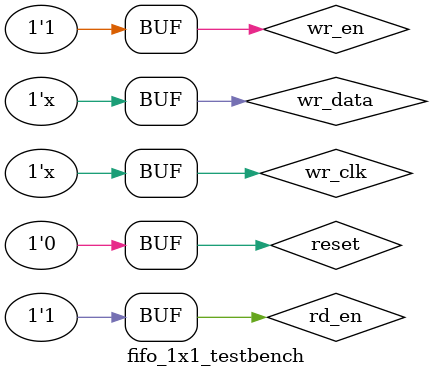
<source format=v>
module fifo_1x1_testbench (  );

    /* Parameters */
    
    parameter DATA_WIDTH = 1;
    parameter FIFO_DEPTH = 8;
    
    /* Variables */
    
    reg [DATA_WIDTH - 1 : 0] wr_data = 0;
    reg wr_clk = 0, wr_en = 1;
    
    wire [DATA_WIDTH - 1 : 0] rd_data;
    reg rd_clk = 0, rd_en = 1;
    wire rd_valid;
    
    wire full, empty;
    
    reg reset = 0;
    
    /* Behavioral */
    
    // FIFO module instance
    
    fifo_1x1 #(
        .DATA_WIDTH(DATA_WIDTH),
        .FIFO_DEPTH(FIFO_DEPTH)
    ) fifo (
        .wr_data(wr_data),
        .wr_clk(wr_clk),
        .wr_en(wr_en),
        .rd_data(rd_data),
        .rd_clk(rd_clk),
        .rd_en(rd_en),
        .rd_valid(rd_valid),
        .full(full),
        .empty(empty),
        .reset(reset)
    );
    
    // Write Clock Generation
    
    always
        #5 wr_clk = !wr_clk;
        
    // Write Data Generation
    
    always
        #10 wr_data = !wr_data;
            
    // Read Clock Generation   
    
    always
        #3 rd_clk = !rd_clk & !full;
        
    // Reset Generation
    
    initial begin
        #2 reset = 1;
        #2 reset = 0;
    end 


endmodule
</source>
